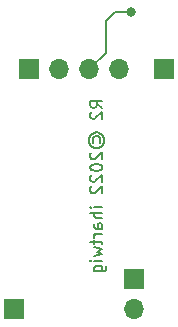
<source format=gbr>
%TF.GenerationSoftware,KiCad,Pcbnew,(6.0.5-0)*%
%TF.CreationDate,2022-11-19T14:20:50-08:00*%
%TF.ProjectId,teensy-lc-reg-adpt,7465656e-7379-42d6-9c63-2d7265672d61,rev?*%
%TF.SameCoordinates,PX8a12ae0PY695f190*%
%TF.FileFunction,Copper,L2,Bot*%
%TF.FilePolarity,Positive*%
%FSLAX46Y46*%
G04 Gerber Fmt 4.6, Leading zero omitted, Abs format (unit mm)*
G04 Created by KiCad (PCBNEW (6.0.5-0)) date 2022-11-19 14:20:50*
%MOMM*%
%LPD*%
G01*
G04 APERTURE LIST*
%ADD10C,0.152400*%
%TA.AperFunction,NonConductor*%
%ADD11C,0.152400*%
%TD*%
%TA.AperFunction,ComponentPad*%
%ADD12R,1.700000X1.700000*%
%TD*%
%TA.AperFunction,ComponentPad*%
%ADD13O,1.700000X1.700000*%
%TD*%
%TA.AperFunction,ViaPad*%
%ADD14C,0.800000*%
%TD*%
%TA.AperFunction,Conductor*%
%ADD15C,0.203200*%
%TD*%
G04 APERTURE END LIST*
D10*
D11*
X11247380Y18326858D02*
X10771190Y18660191D01*
X11247380Y18898286D02*
X10247380Y18898286D01*
X10247380Y18517334D01*
X10295000Y18422096D01*
X10342619Y18374477D01*
X10437857Y18326858D01*
X10580714Y18326858D01*
X10675952Y18374477D01*
X10723571Y18422096D01*
X10771190Y18517334D01*
X10771190Y18898286D01*
X10342619Y17945905D02*
X10295000Y17898286D01*
X10247380Y17803048D01*
X10247380Y17564953D01*
X10295000Y17469715D01*
X10342619Y17422096D01*
X10437857Y17374477D01*
X10533095Y17374477D01*
X10675952Y17422096D01*
X11247380Y17993524D01*
X11247380Y17374477D01*
X10485476Y15374477D02*
X10437857Y15469715D01*
X10437857Y15660191D01*
X10485476Y15755429D01*
X10580714Y15850667D01*
X10675952Y15898286D01*
X10866428Y15898286D01*
X10961666Y15850667D01*
X11056904Y15755429D01*
X11104523Y15660191D01*
X11104523Y15469715D01*
X11056904Y15374477D01*
X10104523Y15564953D02*
X10152142Y15803048D01*
X10295000Y16041143D01*
X10533095Y16184000D01*
X10771190Y16231620D01*
X11009285Y16184000D01*
X11247380Y16041143D01*
X11390238Y15803048D01*
X11437857Y15564953D01*
X11390238Y15326858D01*
X11247380Y15088762D01*
X11009285Y14945905D01*
X10771190Y14898286D01*
X10533095Y14945905D01*
X10295000Y15088762D01*
X10152142Y15326858D01*
X10104523Y15564953D01*
X10342619Y14517334D02*
X10295000Y14469715D01*
X10247380Y14374477D01*
X10247380Y14136381D01*
X10295000Y14041143D01*
X10342619Y13993524D01*
X10437857Y13945905D01*
X10533095Y13945905D01*
X10675952Y13993524D01*
X11247380Y14564953D01*
X11247380Y13945905D01*
X10247380Y13326858D02*
X10247380Y13231620D01*
X10295000Y13136381D01*
X10342619Y13088762D01*
X10437857Y13041143D01*
X10628333Y12993524D01*
X10866428Y12993524D01*
X11056904Y13041143D01*
X11152142Y13088762D01*
X11199761Y13136381D01*
X11247380Y13231620D01*
X11247380Y13326858D01*
X11199761Y13422096D01*
X11152142Y13469715D01*
X11056904Y13517334D01*
X10866428Y13564953D01*
X10628333Y13564953D01*
X10437857Y13517334D01*
X10342619Y13469715D01*
X10295000Y13422096D01*
X10247380Y13326858D01*
X10342619Y12612572D02*
X10295000Y12564953D01*
X10247380Y12469715D01*
X10247380Y12231620D01*
X10295000Y12136381D01*
X10342619Y12088762D01*
X10437857Y12041143D01*
X10533095Y12041143D01*
X10675952Y12088762D01*
X11247380Y12660191D01*
X11247380Y12041143D01*
X10342619Y11660191D02*
X10295000Y11612572D01*
X10247380Y11517334D01*
X10247380Y11279239D01*
X10295000Y11184000D01*
X10342619Y11136381D01*
X10437857Y11088762D01*
X10533095Y11088762D01*
X10675952Y11136381D01*
X11247380Y11707810D01*
X11247380Y11088762D01*
X11247380Y9898286D02*
X10580714Y9898286D01*
X10247380Y9898286D02*
X10295000Y9945905D01*
X10342619Y9898286D01*
X10295000Y9850667D01*
X10247380Y9898286D01*
X10342619Y9898286D01*
X11247380Y9422096D02*
X10247380Y9422096D01*
X11247380Y8993524D02*
X10723571Y8993524D01*
X10628333Y9041143D01*
X10580714Y9136381D01*
X10580714Y9279239D01*
X10628333Y9374477D01*
X10675952Y9422096D01*
X11247380Y8088762D02*
X10723571Y8088762D01*
X10628333Y8136381D01*
X10580714Y8231620D01*
X10580714Y8422096D01*
X10628333Y8517334D01*
X11199761Y8088762D02*
X11247380Y8184000D01*
X11247380Y8422096D01*
X11199761Y8517334D01*
X11104523Y8564953D01*
X11009285Y8564953D01*
X10914047Y8517334D01*
X10866428Y8422096D01*
X10866428Y8184000D01*
X10818809Y8088762D01*
X11247380Y7612572D02*
X10580714Y7612572D01*
X10771190Y7612572D02*
X10675952Y7564953D01*
X10628333Y7517334D01*
X10580714Y7422096D01*
X10580714Y7326858D01*
X10580714Y7136381D02*
X10580714Y6755429D01*
X10247380Y6993524D02*
X11104523Y6993524D01*
X11199761Y6945905D01*
X11247380Y6850667D01*
X11247380Y6755429D01*
X10580714Y6517334D02*
X11247380Y6326858D01*
X10771190Y6136381D01*
X11247380Y5945905D01*
X10580714Y5755429D01*
X11247380Y5374477D02*
X10580714Y5374477D01*
X10247380Y5374477D02*
X10295000Y5422096D01*
X10342619Y5374477D01*
X10295000Y5326858D01*
X10247380Y5374477D01*
X10342619Y5374477D01*
X10580714Y4469715D02*
X11390238Y4469715D01*
X11485476Y4517334D01*
X11533095Y4564953D01*
X11580714Y4660191D01*
X11580714Y4803048D01*
X11533095Y4898286D01*
X11199761Y4469715D02*
X11247380Y4564953D01*
X11247380Y4755429D01*
X11199761Y4850667D01*
X11152142Y4898286D01*
X11056904Y4945905D01*
X10771190Y4945905D01*
X10675952Y4898286D01*
X10628333Y4850667D01*
X10580714Y4755429D01*
X10580714Y4564953D01*
X10628333Y4469715D01*
D12*
%TO.P,J4,1,Pin_1*%
%TO.N,/P12V_SENSE*%
X16510000Y21590000D03*
%TD*%
%TO.P,J2,1,Pin_1*%
%TO.N,unconnected-(J2-Pad1)*%
X5080000Y21590000D03*
D13*
%TO.P,J2,2,Pin_2*%
%TO.N,+12V*%
X7620000Y21590000D03*
%TO.P,J2,3,Pin_3*%
%TO.N,GND*%
X10160000Y21590000D03*
%TO.P,J2,4,Pin_4*%
%TO.N,+5V*%
X12700000Y21590000D03*
%TD*%
D12*
%TO.P,J3,1,Pin_1*%
%TO.N,/VBUS*%
X13970000Y3810000D03*
D13*
%TO.P,J3,2,Pin_2*%
X13970000Y1270000D03*
%TD*%
D12*
%TO.P,J1,1,Pin_1*%
%TO.N,GND*%
X3810000Y1270000D03*
%TD*%
D14*
%TO.N,GND*%
X13716000Y26416000D03*
%TD*%
D15*
%TO.N,GND*%
X11557000Y22987000D02*
X11557000Y25654000D01*
X13716000Y26416000D02*
X12319000Y26416000D01*
X12319000Y26416000D02*
X11557000Y25654000D01*
X10160000Y21590000D02*
X11557000Y22987000D01*
%TD*%
M02*

</source>
